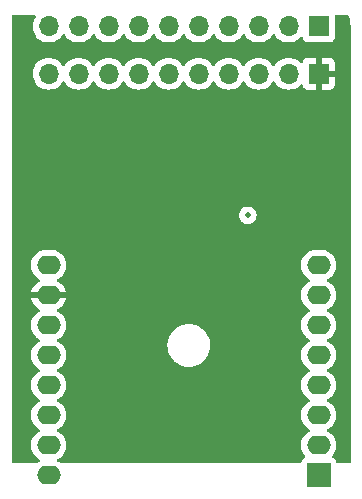
<source format=gbr>
%TF.GenerationSoftware,KiCad,Pcbnew,8.0.6*%
%TF.CreationDate,2024-10-31T15:28:50+01:00*%
%TF.ProjectId,PCB_FINAL2.1,5043425f-4649-44e4-914c-322e312e6b69,rev?*%
%TF.SameCoordinates,Original*%
%TF.FileFunction,Copper,L2,Inr*%
%TF.FilePolarity,Positive*%
%FSLAX46Y46*%
G04 Gerber Fmt 4.6, Leading zero omitted, Abs format (unit mm)*
G04 Created by KiCad (PCBNEW 8.0.6) date 2024-10-31 15:28:50*
%MOMM*%
%LPD*%
G01*
G04 APERTURE LIST*
%TA.AperFunction,ComponentPad*%
%ADD10R,1.700000X1.700000*%
%TD*%
%TA.AperFunction,ComponentPad*%
%ADD11O,1.700000X1.700000*%
%TD*%
%TA.AperFunction,ComponentPad*%
%ADD12R,2.000000X2.000000*%
%TD*%
%TA.AperFunction,ComponentPad*%
%ADD13O,2.000000X1.600000*%
%TD*%
%TA.AperFunction,ViaPad*%
%ADD14C,0.500000*%
%TD*%
G04 APERTURE END LIST*
D10*
%TO.N,3v3*%
%TO.C,J1*%
X91999999Y-86000000D03*
D11*
X89459999Y-86000000D03*
%TO.N,CS{slash}D8*%
X86919999Y-86000000D03*
%TO.N,MISO{slash}D6*%
X84379999Y-86000000D03*
%TO.N,D0*%
X81839999Y-86000000D03*
%TO.N,RX1*%
X79299999Y-86000000D03*
%TO.N,+5V*%
X76759999Y-86000000D03*
X74219999Y-86000000D03*
%TO.N,D3*%
X71679999Y-86000000D03*
%TO.N,D4*%
X69139999Y-86000000D03*
%TD*%
D12*
%TO.N,RST1*%
%TO.C,U2*%
X91999999Y-124000000D03*
D13*
%TO.N,A0*%
X91999999Y-121460000D03*
%TO.N,D0*%
X91999999Y-118920000D03*
%TO.N,SCK{slash}D5*%
X91999999Y-116380000D03*
%TO.N,MISO{slash}D6*%
X91999999Y-113840000D03*
%TO.N,MOSI{slash}D7*%
X91999999Y-111300000D03*
%TO.N,CS{slash}D8*%
X91999999Y-108760000D03*
%TO.N,3v3*%
X91999999Y-106220000D03*
%TO.N,+5V*%
X69139999Y-106220000D03*
%TO.N,PdiodeC-*%
X69139999Y-108760000D03*
%TO.N,D4*%
X69139999Y-111300000D03*
%TO.N,D3*%
X69139999Y-113840000D03*
%TO.N,SDA{slash}D2*%
X69139999Y-116380000D03*
%TO.N,SCL{slash}D1*%
X69139999Y-118920000D03*
%TO.N,RX1*%
X69139999Y-121460000D03*
%TO.N,TX1*%
X69139999Y-124000000D03*
%TD*%
D10*
%TO.N,PdiodeC-*%
%TO.C,J2*%
X91999999Y-90000000D03*
D11*
%TO.N,PdiodeA+*%
X89459999Y-90000000D03*
%TO.N,MOSI{slash}D7*%
X86919999Y-90000000D03*
%TO.N,SCK{slash}D5*%
X84379999Y-90000000D03*
%TO.N,RST1*%
X81839999Y-90000000D03*
%TO.N,TX1*%
X79299999Y-90000000D03*
%TO.N,SCL{slash}D1*%
X76759999Y-90000000D03*
%TO.N,SDA{slash}D2*%
X74219999Y-90000000D03*
%TO.N,9V1*%
X71679999Y-90000000D03*
%TO.N,+5V*%
X69139999Y-90000000D03*
%TD*%
D14*
%TO.N,+5V*%
X85999999Y-102000000D03*
%TO.N,PdiodeC-*%
X80399999Y-99600000D03*
X79499999Y-97200000D03*
X82399999Y-95900000D03*
X82399999Y-98400000D03*
X81299999Y-97200000D03*
%TD*%
%TA.AperFunction,Conductor*%
%TO.N,PdiodeC-*%
G36*
X68020387Y-85019685D02*
G01*
X68066142Y-85072489D01*
X68076086Y-85141647D01*
X68054923Y-85195123D01*
X67965964Y-85322169D01*
X67965963Y-85322171D01*
X67866097Y-85536335D01*
X67866093Y-85536344D01*
X67804937Y-85764586D01*
X67804935Y-85764596D01*
X67784340Y-85999999D01*
X67784340Y-86000000D01*
X67804935Y-86235403D01*
X67804937Y-86235413D01*
X67866093Y-86463655D01*
X67866095Y-86463659D01*
X67866096Y-86463663D01*
X67869999Y-86472032D01*
X67965964Y-86677830D01*
X67965966Y-86677834D01*
X68074280Y-86832521D01*
X68101504Y-86871401D01*
X68268598Y-87038495D01*
X68365383Y-87106265D01*
X68462164Y-87174032D01*
X68462166Y-87174033D01*
X68462169Y-87174035D01*
X68676336Y-87273903D01*
X68904591Y-87335063D01*
X69081033Y-87350500D01*
X69139998Y-87355659D01*
X69139999Y-87355659D01*
X69140000Y-87355659D01*
X69198965Y-87350500D01*
X69375407Y-87335063D01*
X69603662Y-87273903D01*
X69817829Y-87174035D01*
X70011400Y-87038495D01*
X70178494Y-86871401D01*
X70308424Y-86685842D01*
X70363001Y-86642217D01*
X70432499Y-86635023D01*
X70494854Y-86666546D01*
X70511574Y-86685842D01*
X70641499Y-86871395D01*
X70641504Y-86871401D01*
X70808598Y-87038495D01*
X70905383Y-87106265D01*
X71002164Y-87174032D01*
X71002166Y-87174033D01*
X71002169Y-87174035D01*
X71216336Y-87273903D01*
X71444591Y-87335063D01*
X71621033Y-87350500D01*
X71679998Y-87355659D01*
X71679999Y-87355659D01*
X71680000Y-87355659D01*
X71738965Y-87350500D01*
X71915407Y-87335063D01*
X72143662Y-87273903D01*
X72357829Y-87174035D01*
X72551400Y-87038495D01*
X72718494Y-86871401D01*
X72848424Y-86685842D01*
X72903001Y-86642217D01*
X72972499Y-86635023D01*
X73034854Y-86666546D01*
X73051574Y-86685842D01*
X73181499Y-86871395D01*
X73181504Y-86871401D01*
X73348598Y-87038495D01*
X73445383Y-87106265D01*
X73542164Y-87174032D01*
X73542166Y-87174033D01*
X73542169Y-87174035D01*
X73756336Y-87273903D01*
X73984591Y-87335063D01*
X74161033Y-87350500D01*
X74219998Y-87355659D01*
X74219999Y-87355659D01*
X74220000Y-87355659D01*
X74278965Y-87350500D01*
X74455407Y-87335063D01*
X74683662Y-87273903D01*
X74897829Y-87174035D01*
X75091400Y-87038495D01*
X75258494Y-86871401D01*
X75388424Y-86685842D01*
X75443001Y-86642217D01*
X75512499Y-86635023D01*
X75574854Y-86666546D01*
X75591574Y-86685842D01*
X75721499Y-86871395D01*
X75721504Y-86871401D01*
X75888598Y-87038495D01*
X75985383Y-87106265D01*
X76082164Y-87174032D01*
X76082166Y-87174033D01*
X76082169Y-87174035D01*
X76296336Y-87273903D01*
X76524591Y-87335063D01*
X76701033Y-87350500D01*
X76759998Y-87355659D01*
X76759999Y-87355659D01*
X76760000Y-87355659D01*
X76818965Y-87350500D01*
X76995407Y-87335063D01*
X77223662Y-87273903D01*
X77437829Y-87174035D01*
X77631400Y-87038495D01*
X77798494Y-86871401D01*
X77928424Y-86685842D01*
X77983001Y-86642217D01*
X78052499Y-86635023D01*
X78114854Y-86666546D01*
X78131574Y-86685842D01*
X78261499Y-86871395D01*
X78261504Y-86871401D01*
X78428598Y-87038495D01*
X78525383Y-87106265D01*
X78622164Y-87174032D01*
X78622166Y-87174033D01*
X78622169Y-87174035D01*
X78836336Y-87273903D01*
X79064591Y-87335063D01*
X79241033Y-87350500D01*
X79299998Y-87355659D01*
X79299999Y-87355659D01*
X79300000Y-87355659D01*
X79358965Y-87350500D01*
X79535407Y-87335063D01*
X79763662Y-87273903D01*
X79977829Y-87174035D01*
X80171400Y-87038495D01*
X80338494Y-86871401D01*
X80468424Y-86685842D01*
X80523001Y-86642217D01*
X80592499Y-86635023D01*
X80654854Y-86666546D01*
X80671574Y-86685842D01*
X80801499Y-86871395D01*
X80801504Y-86871401D01*
X80968598Y-87038495D01*
X81065383Y-87106265D01*
X81162164Y-87174032D01*
X81162166Y-87174033D01*
X81162169Y-87174035D01*
X81376336Y-87273903D01*
X81604591Y-87335063D01*
X81781033Y-87350500D01*
X81839998Y-87355659D01*
X81839999Y-87355659D01*
X81840000Y-87355659D01*
X81898965Y-87350500D01*
X82075407Y-87335063D01*
X82303662Y-87273903D01*
X82517829Y-87174035D01*
X82711400Y-87038495D01*
X82878494Y-86871401D01*
X83008424Y-86685842D01*
X83063001Y-86642217D01*
X83132499Y-86635023D01*
X83194854Y-86666546D01*
X83211574Y-86685842D01*
X83341499Y-86871395D01*
X83341504Y-86871401D01*
X83508598Y-87038495D01*
X83605383Y-87106265D01*
X83702164Y-87174032D01*
X83702166Y-87174033D01*
X83702169Y-87174035D01*
X83916336Y-87273903D01*
X84144591Y-87335063D01*
X84321033Y-87350500D01*
X84379998Y-87355659D01*
X84379999Y-87355659D01*
X84380000Y-87355659D01*
X84438965Y-87350500D01*
X84615407Y-87335063D01*
X84843662Y-87273903D01*
X85057829Y-87174035D01*
X85251400Y-87038495D01*
X85418494Y-86871401D01*
X85548424Y-86685842D01*
X85603001Y-86642217D01*
X85672499Y-86635023D01*
X85734854Y-86666546D01*
X85751574Y-86685842D01*
X85881499Y-86871395D01*
X85881504Y-86871401D01*
X86048598Y-87038495D01*
X86145383Y-87106265D01*
X86242164Y-87174032D01*
X86242166Y-87174033D01*
X86242169Y-87174035D01*
X86456336Y-87273903D01*
X86684591Y-87335063D01*
X86861033Y-87350500D01*
X86919998Y-87355659D01*
X86919999Y-87355659D01*
X86920000Y-87355659D01*
X86978965Y-87350500D01*
X87155407Y-87335063D01*
X87383662Y-87273903D01*
X87597829Y-87174035D01*
X87791400Y-87038495D01*
X87958494Y-86871401D01*
X88088424Y-86685842D01*
X88143001Y-86642217D01*
X88212499Y-86635023D01*
X88274854Y-86666546D01*
X88291574Y-86685842D01*
X88421499Y-86871395D01*
X88421504Y-86871401D01*
X88588598Y-87038495D01*
X88685383Y-87106265D01*
X88782164Y-87174032D01*
X88782166Y-87174033D01*
X88782169Y-87174035D01*
X88996336Y-87273903D01*
X89224591Y-87335063D01*
X89401033Y-87350500D01*
X89459998Y-87355659D01*
X89459999Y-87355659D01*
X89460000Y-87355659D01*
X89518965Y-87350500D01*
X89695407Y-87335063D01*
X89923662Y-87273903D01*
X90137829Y-87174035D01*
X90331400Y-87038495D01*
X90453328Y-86916566D01*
X90514647Y-86883084D01*
X90584339Y-86888068D01*
X90640273Y-86929939D01*
X90657188Y-86960917D01*
X90706201Y-87092328D01*
X90706205Y-87092335D01*
X90792451Y-87207544D01*
X90792454Y-87207547D01*
X90907663Y-87293793D01*
X90907670Y-87293797D01*
X91042516Y-87344091D01*
X91042515Y-87344091D01*
X91049443Y-87344835D01*
X91102126Y-87350500D01*
X92897871Y-87350499D01*
X92957482Y-87344091D01*
X93092330Y-87293796D01*
X93207545Y-87207546D01*
X93293795Y-87092331D01*
X93344090Y-86957483D01*
X93350499Y-86897873D01*
X93350498Y-85123999D01*
X93370183Y-85056961D01*
X93422986Y-85011206D01*
X93474498Y-85000000D01*
X94420253Y-85000000D01*
X94487292Y-85019685D01*
X94533047Y-85072489D01*
X94534813Y-85076544D01*
X94545349Y-85101979D01*
X94549940Y-85115100D01*
X94629890Y-85392616D01*
X94632984Y-85406172D01*
X94681359Y-85690885D01*
X94682916Y-85704703D01*
X94699304Y-85996509D01*
X94699499Y-86003462D01*
X94699499Y-122876000D01*
X94679814Y-122943039D01*
X94627010Y-122988794D01*
X94575499Y-123000000D01*
X93617029Y-123000000D01*
X93549990Y-122980315D01*
X93504235Y-122927511D01*
X93496656Y-122899883D01*
X93495875Y-122900068D01*
X93494091Y-122892520D01*
X93487929Y-122876000D01*
X93460123Y-122801446D01*
X93443796Y-122757671D01*
X93443792Y-122757664D01*
X93357546Y-122642455D01*
X93357543Y-122642452D01*
X93242334Y-122556206D01*
X93242329Y-122556203D01*
X93205082Y-122542311D01*
X93149149Y-122500439D01*
X93124732Y-122434975D01*
X93139584Y-122366702D01*
X93160730Y-122338453D01*
X93191965Y-122307219D01*
X93312286Y-122141610D01*
X93405219Y-121959219D01*
X93468476Y-121764534D01*
X93500499Y-121562352D01*
X93500499Y-121357648D01*
X93468476Y-121155466D01*
X93405219Y-120960781D01*
X93405217Y-120960778D01*
X93405217Y-120960776D01*
X93371502Y-120894607D01*
X93312286Y-120778390D01*
X93304555Y-120767749D01*
X93191970Y-120612786D01*
X93047212Y-120468028D01*
X92881613Y-120347715D01*
X92875005Y-120344348D01*
X92788916Y-120300483D01*
X92738122Y-120252511D01*
X92721327Y-120184690D01*
X92743864Y-120118555D01*
X92788916Y-120079516D01*
X92881609Y-120032287D01*
X92902769Y-120016913D01*
X93047212Y-119911971D01*
X93047214Y-119911968D01*
X93047218Y-119911966D01*
X93191965Y-119767219D01*
X93191967Y-119767215D01*
X93191970Y-119767213D01*
X93244731Y-119694590D01*
X93312286Y-119601610D01*
X93405219Y-119419219D01*
X93468476Y-119224534D01*
X93500499Y-119022352D01*
X93500499Y-118817648D01*
X93468476Y-118615466D01*
X93405219Y-118420781D01*
X93405217Y-118420778D01*
X93405217Y-118420776D01*
X93371502Y-118354607D01*
X93312286Y-118238390D01*
X93304555Y-118227749D01*
X93191970Y-118072786D01*
X93047212Y-117928028D01*
X92881613Y-117807715D01*
X92875005Y-117804348D01*
X92788916Y-117760483D01*
X92738122Y-117712511D01*
X92721327Y-117644690D01*
X92743864Y-117578555D01*
X92788916Y-117539516D01*
X92881609Y-117492287D01*
X92902769Y-117476913D01*
X93047212Y-117371971D01*
X93047214Y-117371968D01*
X93047218Y-117371966D01*
X93191965Y-117227219D01*
X93191967Y-117227215D01*
X93191970Y-117227213D01*
X93244731Y-117154590D01*
X93312286Y-117061610D01*
X93405219Y-116879219D01*
X93468476Y-116684534D01*
X93500499Y-116482352D01*
X93500499Y-116277648D01*
X93468476Y-116075466D01*
X93405219Y-115880781D01*
X93405217Y-115880778D01*
X93405217Y-115880776D01*
X93371502Y-115814607D01*
X93312286Y-115698390D01*
X93304555Y-115687749D01*
X93191970Y-115532786D01*
X93047212Y-115388028D01*
X92881613Y-115267715D01*
X92875005Y-115264348D01*
X92788916Y-115220483D01*
X92738122Y-115172511D01*
X92721327Y-115104690D01*
X92743864Y-115038555D01*
X92788916Y-114999516D01*
X92881609Y-114952287D01*
X92902769Y-114936913D01*
X93047212Y-114831971D01*
X93047214Y-114831968D01*
X93047218Y-114831966D01*
X93191965Y-114687219D01*
X93191967Y-114687215D01*
X93191970Y-114687213D01*
X93244731Y-114614590D01*
X93312286Y-114521610D01*
X93405219Y-114339219D01*
X93468476Y-114144534D01*
X93500499Y-113942352D01*
X93500499Y-113737648D01*
X93468476Y-113535466D01*
X93460501Y-113510923D01*
X93439126Y-113445137D01*
X93405219Y-113340781D01*
X93405217Y-113340778D01*
X93405217Y-113340776D01*
X93363087Y-113258092D01*
X93312286Y-113158390D01*
X93273697Y-113105276D01*
X93191970Y-112992786D01*
X93047212Y-112848028D01*
X92881613Y-112727715D01*
X92875005Y-112724348D01*
X92788916Y-112680483D01*
X92738122Y-112632511D01*
X92721327Y-112564690D01*
X92743864Y-112498555D01*
X92788916Y-112459516D01*
X92881609Y-112412287D01*
X92949270Y-112363129D01*
X93047212Y-112291971D01*
X93047214Y-112291968D01*
X93047218Y-112291966D01*
X93191965Y-112147219D01*
X93191967Y-112147215D01*
X93191970Y-112147213D01*
X93244731Y-112074590D01*
X93312286Y-111981610D01*
X93405219Y-111799219D01*
X93468476Y-111604534D01*
X93500499Y-111402352D01*
X93500499Y-111197648D01*
X93468476Y-110995466D01*
X93405219Y-110800781D01*
X93405217Y-110800778D01*
X93405217Y-110800776D01*
X93371502Y-110734607D01*
X93312286Y-110618390D01*
X93304555Y-110607749D01*
X93191970Y-110452786D01*
X93047212Y-110308028D01*
X92881613Y-110187715D01*
X92875005Y-110184348D01*
X92788916Y-110140483D01*
X92738122Y-110092511D01*
X92721327Y-110024690D01*
X92743864Y-109958555D01*
X92788916Y-109919516D01*
X92881609Y-109872287D01*
X92902769Y-109856913D01*
X93047212Y-109751971D01*
X93047214Y-109751968D01*
X93047218Y-109751966D01*
X93191965Y-109607219D01*
X93191967Y-109607215D01*
X93191970Y-109607213D01*
X93244731Y-109534590D01*
X93312286Y-109441610D01*
X93405219Y-109259219D01*
X93468476Y-109064534D01*
X93500499Y-108862352D01*
X93500499Y-108657648D01*
X93486143Y-108567007D01*
X93468476Y-108455465D01*
X93405217Y-108260776D01*
X93312418Y-108078650D01*
X93312286Y-108078390D01*
X93304555Y-108067749D01*
X93191970Y-107912786D01*
X93047212Y-107768028D01*
X92881613Y-107647715D01*
X92875005Y-107644348D01*
X92788916Y-107600483D01*
X92738122Y-107552511D01*
X92721327Y-107484690D01*
X92743864Y-107418555D01*
X92788916Y-107379516D01*
X92881609Y-107332287D01*
X92902769Y-107316913D01*
X93047212Y-107211971D01*
X93047214Y-107211968D01*
X93047218Y-107211966D01*
X93191965Y-107067219D01*
X93191967Y-107067215D01*
X93191970Y-107067213D01*
X93244731Y-106994590D01*
X93312286Y-106901610D01*
X93405219Y-106719219D01*
X93468476Y-106524534D01*
X93500499Y-106322352D01*
X93500499Y-106117648D01*
X93468476Y-105915466D01*
X93405219Y-105720781D01*
X93405217Y-105720778D01*
X93405217Y-105720776D01*
X93371502Y-105654607D01*
X93312286Y-105538390D01*
X93304555Y-105527749D01*
X93191970Y-105372786D01*
X93047212Y-105228028D01*
X92881612Y-105107715D01*
X92881611Y-105107714D01*
X92881609Y-105107713D01*
X92824652Y-105078691D01*
X92699222Y-105014781D01*
X92504533Y-104951522D01*
X92329994Y-104923878D01*
X92302351Y-104919500D01*
X91697647Y-104919500D01*
X91673328Y-104923351D01*
X91495464Y-104951522D01*
X91300775Y-105014781D01*
X91118385Y-105107715D01*
X90952785Y-105228028D01*
X90808027Y-105372786D01*
X90687714Y-105538386D01*
X90594780Y-105720776D01*
X90531521Y-105915465D01*
X90499499Y-106117648D01*
X90499499Y-106322351D01*
X90531521Y-106524534D01*
X90594780Y-106719223D01*
X90687714Y-106901613D01*
X90808027Y-107067213D01*
X90952785Y-107211971D01*
X91107748Y-107324556D01*
X91118389Y-107332287D01*
X91209839Y-107378883D01*
X91211079Y-107379515D01*
X91261875Y-107427490D01*
X91278670Y-107495311D01*
X91256133Y-107561446D01*
X91211079Y-107600485D01*
X91118385Y-107647715D01*
X90952785Y-107768028D01*
X90808027Y-107912786D01*
X90687714Y-108078386D01*
X90594780Y-108260776D01*
X90531521Y-108455465D01*
X90499499Y-108657648D01*
X90499499Y-108862351D01*
X90531521Y-109064534D01*
X90594780Y-109259223D01*
X90687714Y-109441613D01*
X90808027Y-109607213D01*
X90952785Y-109751971D01*
X91107748Y-109864556D01*
X91118389Y-109872287D01*
X91209839Y-109918883D01*
X91211079Y-109919515D01*
X91261875Y-109967490D01*
X91278670Y-110035311D01*
X91256133Y-110101446D01*
X91211079Y-110140485D01*
X91118385Y-110187715D01*
X90952785Y-110308028D01*
X90808027Y-110452786D01*
X90687714Y-110618386D01*
X90594780Y-110800776D01*
X90531521Y-110995465D01*
X90499499Y-111197648D01*
X90499499Y-111402351D01*
X90531521Y-111604534D01*
X90594780Y-111799223D01*
X90687714Y-111981613D01*
X90808027Y-112147213D01*
X90952785Y-112291971D01*
X91050728Y-112363129D01*
X91118389Y-112412287D01*
X91209839Y-112458883D01*
X91211079Y-112459515D01*
X91261875Y-112507490D01*
X91278670Y-112575311D01*
X91256133Y-112641446D01*
X91211079Y-112680485D01*
X91118385Y-112727715D01*
X90952785Y-112848028D01*
X90808027Y-112992786D01*
X90687714Y-113158386D01*
X90594780Y-113340776D01*
X90531521Y-113535465D01*
X90499499Y-113737648D01*
X90499499Y-113942351D01*
X90531521Y-114144534D01*
X90594780Y-114339223D01*
X90658690Y-114464653D01*
X90687668Y-114521524D01*
X90687714Y-114521613D01*
X90808027Y-114687213D01*
X90952785Y-114831971D01*
X91107748Y-114944556D01*
X91118389Y-114952287D01*
X91209839Y-114998883D01*
X91211079Y-114999515D01*
X91261875Y-115047490D01*
X91278670Y-115115311D01*
X91256133Y-115181446D01*
X91211079Y-115220485D01*
X91118385Y-115267715D01*
X90952785Y-115388028D01*
X90808027Y-115532786D01*
X90687714Y-115698386D01*
X90594780Y-115880776D01*
X90531521Y-116075465D01*
X90499499Y-116277648D01*
X90499499Y-116482351D01*
X90531521Y-116684534D01*
X90594780Y-116879223D01*
X90687714Y-117061613D01*
X90808027Y-117227213D01*
X90952785Y-117371971D01*
X91107748Y-117484556D01*
X91118389Y-117492287D01*
X91209839Y-117538883D01*
X91211079Y-117539515D01*
X91261875Y-117587490D01*
X91278670Y-117655311D01*
X91256133Y-117721446D01*
X91211079Y-117760485D01*
X91118385Y-117807715D01*
X90952785Y-117928028D01*
X90808027Y-118072786D01*
X90687714Y-118238386D01*
X90594780Y-118420776D01*
X90531521Y-118615465D01*
X90499499Y-118817648D01*
X90499499Y-119022351D01*
X90531521Y-119224534D01*
X90594780Y-119419223D01*
X90687714Y-119601613D01*
X90808027Y-119767213D01*
X90952785Y-119911971D01*
X91107748Y-120024556D01*
X91118389Y-120032287D01*
X91209839Y-120078883D01*
X91211079Y-120079515D01*
X91261875Y-120127490D01*
X91278670Y-120195311D01*
X91256133Y-120261446D01*
X91211079Y-120300485D01*
X91118385Y-120347715D01*
X90952785Y-120468028D01*
X90808027Y-120612786D01*
X90687714Y-120778386D01*
X90594780Y-120960776D01*
X90531521Y-121155465D01*
X90499499Y-121357648D01*
X90499499Y-121562351D01*
X90531521Y-121764534D01*
X90594780Y-121959223D01*
X90687714Y-122141613D01*
X90808027Y-122307213D01*
X90839262Y-122338448D01*
X90872747Y-122399771D01*
X90867763Y-122469463D01*
X90825891Y-122525396D01*
X90794916Y-122542310D01*
X90757672Y-122556201D01*
X90757663Y-122556206D01*
X90642454Y-122642452D01*
X90642451Y-122642455D01*
X90556205Y-122757664D01*
X90556201Y-122757671D01*
X90505907Y-122892517D01*
X90504125Y-122900062D01*
X90501993Y-122899558D01*
X90479512Y-122953816D01*
X90422116Y-122993658D01*
X90382969Y-123000000D01*
X70216449Y-123000000D01*
X70149410Y-122980315D01*
X70143564Y-122976318D01*
X70021612Y-122887715D01*
X70021611Y-122887714D01*
X70021609Y-122887713D01*
X69928916Y-122840483D01*
X69878122Y-122792511D01*
X69861327Y-122724690D01*
X69883864Y-122658555D01*
X69928916Y-122619516D01*
X70021609Y-122572287D01*
X70062869Y-122542310D01*
X70187212Y-122451971D01*
X70187214Y-122451968D01*
X70187218Y-122451966D01*
X70331965Y-122307219D01*
X70331967Y-122307215D01*
X70331970Y-122307213D01*
X70384731Y-122234590D01*
X70452286Y-122141610D01*
X70545219Y-121959219D01*
X70608476Y-121764534D01*
X70640499Y-121562352D01*
X70640499Y-121357648D01*
X70608476Y-121155466D01*
X70545219Y-120960781D01*
X70545217Y-120960778D01*
X70545217Y-120960776D01*
X70511502Y-120894607D01*
X70452286Y-120778390D01*
X70444555Y-120767749D01*
X70331970Y-120612786D01*
X70187212Y-120468028D01*
X70021613Y-120347715D01*
X70015005Y-120344348D01*
X69928916Y-120300483D01*
X69878122Y-120252511D01*
X69861327Y-120184690D01*
X69883864Y-120118555D01*
X69928916Y-120079516D01*
X70021609Y-120032287D01*
X70042769Y-120016913D01*
X70187212Y-119911971D01*
X70187214Y-119911968D01*
X70187218Y-119911966D01*
X70331965Y-119767219D01*
X70331967Y-119767215D01*
X70331970Y-119767213D01*
X70384731Y-119694590D01*
X70452286Y-119601610D01*
X70545219Y-119419219D01*
X70608476Y-119224534D01*
X70640499Y-119022352D01*
X70640499Y-118817648D01*
X70608476Y-118615466D01*
X70545219Y-118420781D01*
X70545217Y-118420778D01*
X70545217Y-118420776D01*
X70511502Y-118354607D01*
X70452286Y-118238390D01*
X70444555Y-118227749D01*
X70331970Y-118072786D01*
X70187212Y-117928028D01*
X70021613Y-117807715D01*
X70015005Y-117804348D01*
X69928916Y-117760483D01*
X69878122Y-117712511D01*
X69861327Y-117644690D01*
X69883864Y-117578555D01*
X69928916Y-117539516D01*
X70021609Y-117492287D01*
X70042769Y-117476913D01*
X70187212Y-117371971D01*
X70187214Y-117371968D01*
X70187218Y-117371966D01*
X70331965Y-117227219D01*
X70331967Y-117227215D01*
X70331970Y-117227213D01*
X70384731Y-117154590D01*
X70452286Y-117061610D01*
X70545219Y-116879219D01*
X70608476Y-116684534D01*
X70640499Y-116482352D01*
X70640499Y-116277648D01*
X70608476Y-116075466D01*
X70545219Y-115880781D01*
X70545217Y-115880778D01*
X70545217Y-115880776D01*
X70511502Y-115814607D01*
X70452286Y-115698390D01*
X70444555Y-115687749D01*
X70331970Y-115532786D01*
X70187212Y-115388028D01*
X70021613Y-115267715D01*
X70015005Y-115264348D01*
X69928916Y-115220483D01*
X69878122Y-115172511D01*
X69861327Y-115104690D01*
X69883864Y-115038555D01*
X69928916Y-114999516D01*
X70021609Y-114952287D01*
X70042769Y-114936913D01*
X70187212Y-114831971D01*
X70187214Y-114831968D01*
X70187218Y-114831966D01*
X70331965Y-114687219D01*
X70331967Y-114687215D01*
X70331970Y-114687213D01*
X70384731Y-114614590D01*
X70452286Y-114521610D01*
X70545219Y-114339219D01*
X70608476Y-114144534D01*
X70640499Y-113942352D01*
X70640499Y-113737648D01*
X70608476Y-113535466D01*
X70600501Y-113510923D01*
X70579126Y-113445137D01*
X70545219Y-113340781D01*
X70545217Y-113340778D01*
X70545217Y-113340776D01*
X70503087Y-113258092D01*
X70452286Y-113158390D01*
X70413697Y-113105276D01*
X70337210Y-112999998D01*
X79186470Y-112999998D01*
X79186470Y-113000001D01*
X79204929Y-113258097D01*
X79259929Y-113510923D01*
X79259931Y-113510930D01*
X79284892Y-113577853D01*
X79350355Y-113753368D01*
X79350357Y-113753372D01*
X79474357Y-113980462D01*
X79474362Y-113980470D01*
X79618226Y-114172649D01*
X79629425Y-114187609D01*
X79629429Y-114187613D01*
X79629430Y-114187614D01*
X79680181Y-114238364D01*
X79680185Y-114238369D01*
X79684588Y-114242772D01*
X79684590Y-114242776D01*
X79720907Y-114279091D01*
X79720907Y-114279092D01*
X79736304Y-114294489D01*
X79736305Y-114294490D01*
X79778858Y-114337043D01*
X79779494Y-114337646D01*
X79810690Y-114368827D01*
X79810695Y-114368831D01*
X80013538Y-114521524D01*
X80235719Y-114644390D01*
X80472883Y-114735019D01*
X80720380Y-114791635D01*
X80973359Y-114813128D01*
X81226861Y-114799077D01*
X81475915Y-114749757D01*
X81475917Y-114749756D01*
X81475922Y-114749755D01*
X81558727Y-114720869D01*
X81715639Y-114666135D01*
X81757844Y-114644390D01*
X81941324Y-114549855D01*
X81941323Y-114549855D01*
X81941334Y-114549850D01*
X82148575Y-114403182D01*
X82333300Y-114229006D01*
X82491886Y-114030737D01*
X82621226Y-113812262D01*
X82718784Y-113577863D01*
X82782647Y-113332135D01*
X82811563Y-113079897D01*
X82804965Y-112826092D01*
X82762983Y-112575697D01*
X82761663Y-112571523D01*
X82711313Y-112412284D01*
X82686440Y-112333619D01*
X82644808Y-112246631D01*
X82576840Y-112104612D01*
X82576834Y-112104601D01*
X82495105Y-111981610D01*
X82436320Y-111893145D01*
X82405288Y-111858216D01*
X82405253Y-111858143D01*
X82356454Y-111803244D01*
X82356453Y-111803242D01*
X82316707Y-111758526D01*
X82312745Y-111754564D01*
X82312745Y-111754563D01*
X82279091Y-111720908D01*
X82242781Y-111684597D01*
X82242771Y-111684589D01*
X82238368Y-111680186D01*
X82238363Y-111680182D01*
X82187613Y-111629431D01*
X82187612Y-111629430D01*
X82187608Y-111629426D01*
X82154356Y-111604534D01*
X81980469Y-111474363D01*
X81980461Y-111474358D01*
X81753371Y-111350358D01*
X81753367Y-111350356D01*
X81661454Y-111316074D01*
X81510929Y-111259932D01*
X81510925Y-111259931D01*
X81510922Y-111259930D01*
X81258096Y-111204930D01*
X81000000Y-111186471D01*
X80999998Y-111186471D01*
X80741901Y-111204930D01*
X80489075Y-111259930D01*
X80489070Y-111259931D01*
X80489069Y-111259932D01*
X80430455Y-111281793D01*
X80246630Y-111350356D01*
X80246626Y-111350358D01*
X80019536Y-111474358D01*
X80019528Y-111474363D01*
X79812397Y-111629419D01*
X79812379Y-111629435D01*
X79629434Y-111812380D01*
X79629418Y-111812398D01*
X79474362Y-112019529D01*
X79474357Y-112019537D01*
X79350357Y-112246627D01*
X79350355Y-112246631D01*
X79317911Y-112333619D01*
X79270955Y-112459515D01*
X79259929Y-112489076D01*
X79204929Y-112741902D01*
X79186470Y-112999998D01*
X70337210Y-112999998D01*
X70331970Y-112992786D01*
X70187212Y-112848028D01*
X70021613Y-112727715D01*
X70015005Y-112724348D01*
X69928916Y-112680483D01*
X69878122Y-112632511D01*
X69861327Y-112564690D01*
X69883864Y-112498555D01*
X69928916Y-112459516D01*
X70021609Y-112412287D01*
X70089270Y-112363129D01*
X70187212Y-112291971D01*
X70187214Y-112291968D01*
X70187218Y-112291966D01*
X70331965Y-112147219D01*
X70331967Y-112147215D01*
X70331970Y-112147213D01*
X70384731Y-112074590D01*
X70452286Y-111981610D01*
X70545219Y-111799219D01*
X70608476Y-111604534D01*
X70640499Y-111402352D01*
X70640499Y-111197648D01*
X70608476Y-110995466D01*
X70545219Y-110800781D01*
X70545217Y-110800778D01*
X70545217Y-110800776D01*
X70511502Y-110734607D01*
X70452286Y-110618390D01*
X70444555Y-110607749D01*
X70331970Y-110452786D01*
X70187212Y-110308028D01*
X70021610Y-110187713D01*
X69928368Y-110140203D01*
X69877573Y-110092229D01*
X69860778Y-110024407D01*
X69883316Y-109958273D01*
X69928370Y-109919234D01*
X70021346Y-109871861D01*
X70186893Y-109751582D01*
X70186894Y-109751582D01*
X70331581Y-109606895D01*
X70331581Y-109606894D01*
X70451858Y-109441349D01*
X70544754Y-109259029D01*
X70607989Y-109064413D01*
X70616608Y-109010000D01*
X69573011Y-109010000D01*
X69605924Y-108952993D01*
X69639999Y-108825826D01*
X69639999Y-108694174D01*
X69605924Y-108567007D01*
X69573011Y-108510000D01*
X70616608Y-108510000D01*
X70607989Y-108455586D01*
X70544754Y-108260970D01*
X70451858Y-108078650D01*
X70331581Y-107913105D01*
X70331581Y-107913104D01*
X70186894Y-107768417D01*
X70021348Y-107648140D01*
X69928369Y-107600765D01*
X69877573Y-107552790D01*
X69860778Y-107484969D01*
X69883315Y-107418835D01*
X69928369Y-107379795D01*
X69928919Y-107379515D01*
X70021609Y-107332287D01*
X70042769Y-107316913D01*
X70187212Y-107211971D01*
X70187214Y-107211968D01*
X70187218Y-107211966D01*
X70331965Y-107067219D01*
X70331967Y-107067215D01*
X70331970Y-107067213D01*
X70384731Y-106994590D01*
X70452286Y-106901610D01*
X70545219Y-106719219D01*
X70608476Y-106524534D01*
X70640499Y-106322352D01*
X70640499Y-106117648D01*
X70608476Y-105915466D01*
X70545219Y-105720781D01*
X70545217Y-105720778D01*
X70545217Y-105720776D01*
X70511502Y-105654607D01*
X70452286Y-105538390D01*
X70444555Y-105527749D01*
X70331970Y-105372786D01*
X70187212Y-105228028D01*
X70021612Y-105107715D01*
X70021611Y-105107714D01*
X70021609Y-105107713D01*
X69964652Y-105078691D01*
X69839222Y-105014781D01*
X69644533Y-104951522D01*
X69469994Y-104923878D01*
X69442351Y-104919500D01*
X68837647Y-104919500D01*
X68813328Y-104923351D01*
X68635464Y-104951522D01*
X68440775Y-105014781D01*
X68258385Y-105107715D01*
X68092785Y-105228028D01*
X67948027Y-105372786D01*
X67827714Y-105538386D01*
X67734780Y-105720776D01*
X67671521Y-105915465D01*
X67639499Y-106117648D01*
X67639499Y-106322351D01*
X67671521Y-106524534D01*
X67734780Y-106719223D01*
X67827714Y-106901613D01*
X67948027Y-107067213D01*
X68092785Y-107211971D01*
X68247748Y-107324556D01*
X68258389Y-107332287D01*
X68330423Y-107368990D01*
X68351628Y-107379795D01*
X68402424Y-107427770D01*
X68419219Y-107495591D01*
X68396681Y-107561726D01*
X68351628Y-107600765D01*
X68258649Y-107648140D01*
X68093104Y-107768417D01*
X68093103Y-107768417D01*
X67948416Y-107913104D01*
X67948416Y-107913105D01*
X67828139Y-108078650D01*
X67735243Y-108260970D01*
X67672008Y-108455586D01*
X67663390Y-108510000D01*
X68706987Y-108510000D01*
X68674074Y-108567007D01*
X68639999Y-108694174D01*
X68639999Y-108825826D01*
X68674074Y-108952993D01*
X68706987Y-109010000D01*
X67663390Y-109010000D01*
X67672008Y-109064413D01*
X67735243Y-109259029D01*
X67828139Y-109441349D01*
X67948416Y-109606894D01*
X67948416Y-109606895D01*
X68093103Y-109751582D01*
X68258651Y-109871861D01*
X68351627Y-109919234D01*
X68402424Y-109967208D01*
X68419219Y-110035029D01*
X68396682Y-110101164D01*
X68351629Y-110140203D01*
X68258387Y-110187713D01*
X68092785Y-110308028D01*
X67948027Y-110452786D01*
X67827714Y-110618386D01*
X67734780Y-110800776D01*
X67671521Y-110995465D01*
X67639499Y-111197648D01*
X67639499Y-111402351D01*
X67671521Y-111604534D01*
X67734780Y-111799223D01*
X67827714Y-111981613D01*
X67948027Y-112147213D01*
X68092785Y-112291971D01*
X68190728Y-112363129D01*
X68258389Y-112412287D01*
X68349839Y-112458883D01*
X68351079Y-112459515D01*
X68401875Y-112507490D01*
X68418670Y-112575311D01*
X68396133Y-112641446D01*
X68351079Y-112680485D01*
X68258385Y-112727715D01*
X68092785Y-112848028D01*
X67948027Y-112992786D01*
X67827714Y-113158386D01*
X67734780Y-113340776D01*
X67671521Y-113535465D01*
X67639499Y-113737648D01*
X67639499Y-113942351D01*
X67671521Y-114144534D01*
X67734780Y-114339223D01*
X67798690Y-114464653D01*
X67827668Y-114521524D01*
X67827714Y-114521613D01*
X67948027Y-114687213D01*
X68092785Y-114831971D01*
X68247748Y-114944556D01*
X68258389Y-114952287D01*
X68349839Y-114998883D01*
X68351079Y-114999515D01*
X68401875Y-115047490D01*
X68418670Y-115115311D01*
X68396133Y-115181446D01*
X68351079Y-115220485D01*
X68258385Y-115267715D01*
X68092785Y-115388028D01*
X67948027Y-115532786D01*
X67827714Y-115698386D01*
X67734780Y-115880776D01*
X67671521Y-116075465D01*
X67639499Y-116277648D01*
X67639499Y-116482351D01*
X67671521Y-116684534D01*
X67734780Y-116879223D01*
X67827714Y-117061613D01*
X67948027Y-117227213D01*
X68092785Y-117371971D01*
X68247748Y-117484556D01*
X68258389Y-117492287D01*
X68349839Y-117538883D01*
X68351079Y-117539515D01*
X68401875Y-117587490D01*
X68418670Y-117655311D01*
X68396133Y-117721446D01*
X68351079Y-117760485D01*
X68258385Y-117807715D01*
X68092785Y-117928028D01*
X67948027Y-118072786D01*
X67827714Y-118238386D01*
X67734780Y-118420776D01*
X67671521Y-118615465D01*
X67639499Y-118817648D01*
X67639499Y-119022351D01*
X67671521Y-119224534D01*
X67734780Y-119419223D01*
X67827714Y-119601613D01*
X67948027Y-119767213D01*
X68092785Y-119911971D01*
X68247748Y-120024556D01*
X68258389Y-120032287D01*
X68349839Y-120078883D01*
X68351079Y-120079515D01*
X68401875Y-120127490D01*
X68418670Y-120195311D01*
X68396133Y-120261446D01*
X68351079Y-120300485D01*
X68258385Y-120347715D01*
X68092785Y-120468028D01*
X67948027Y-120612786D01*
X67827714Y-120778386D01*
X67734780Y-120960776D01*
X67671521Y-121155465D01*
X67639499Y-121357648D01*
X67639499Y-121562351D01*
X67671521Y-121764534D01*
X67734780Y-121959223D01*
X67827714Y-122141613D01*
X67948027Y-122307213D01*
X68092785Y-122451971D01*
X68217130Y-122542311D01*
X68258389Y-122572287D01*
X68349839Y-122618883D01*
X68351079Y-122619515D01*
X68401875Y-122667490D01*
X68418670Y-122735311D01*
X68396133Y-122801446D01*
X68351079Y-122840485D01*
X68258385Y-122887715D01*
X68136434Y-122976318D01*
X68070628Y-122999798D01*
X68063549Y-123000000D01*
X66123999Y-123000000D01*
X66056960Y-122980315D01*
X66011205Y-122927511D01*
X65999999Y-122876000D01*
X65999999Y-101999997D01*
X85244750Y-101999997D01*
X85244750Y-102000002D01*
X85263684Y-102168056D01*
X85319544Y-102327694D01*
X85319546Y-102327697D01*
X85409517Y-102470884D01*
X85409522Y-102470890D01*
X85529108Y-102590476D01*
X85529114Y-102590481D01*
X85672301Y-102680452D01*
X85672304Y-102680454D01*
X85672308Y-102680455D01*
X85672309Y-102680456D01*
X85744912Y-102705860D01*
X85831942Y-102736314D01*
X85999996Y-102755249D01*
X85999999Y-102755249D01*
X86000002Y-102755249D01*
X86168055Y-102736314D01*
X86168058Y-102736313D01*
X86327689Y-102680456D01*
X86327691Y-102680454D01*
X86327693Y-102680454D01*
X86327696Y-102680452D01*
X86470883Y-102590481D01*
X86470884Y-102590480D01*
X86470889Y-102590477D01*
X86590476Y-102470890D01*
X86680451Y-102327697D01*
X86680453Y-102327694D01*
X86680453Y-102327692D01*
X86680455Y-102327690D01*
X86736312Y-102168059D01*
X86736312Y-102168058D01*
X86736313Y-102168056D01*
X86755248Y-102000002D01*
X86755248Y-101999997D01*
X86736313Y-101831943D01*
X86680453Y-101672305D01*
X86680451Y-101672302D01*
X86590480Y-101529115D01*
X86590475Y-101529109D01*
X86470889Y-101409523D01*
X86470883Y-101409518D01*
X86327696Y-101319547D01*
X86327693Y-101319545D01*
X86168055Y-101263685D01*
X86000002Y-101244751D01*
X85999996Y-101244751D01*
X85831942Y-101263685D01*
X85672304Y-101319545D01*
X85672301Y-101319547D01*
X85529114Y-101409518D01*
X85529108Y-101409523D01*
X85409522Y-101529109D01*
X85409517Y-101529115D01*
X85319546Y-101672302D01*
X85319544Y-101672305D01*
X85263684Y-101831943D01*
X85244750Y-101999997D01*
X65999999Y-101999997D01*
X65999999Y-89999999D01*
X67784340Y-89999999D01*
X67784340Y-90000000D01*
X67804935Y-90235403D01*
X67804937Y-90235413D01*
X67866093Y-90463655D01*
X67866095Y-90463659D01*
X67866096Y-90463663D01*
X67946003Y-90635023D01*
X67965964Y-90677830D01*
X67965966Y-90677834D01*
X68074280Y-90832521D01*
X68101504Y-90871401D01*
X68268598Y-91038495D01*
X68345134Y-91092086D01*
X68462164Y-91174032D01*
X68462166Y-91174033D01*
X68462169Y-91174035D01*
X68676336Y-91273903D01*
X68904591Y-91335063D01*
X69075318Y-91350000D01*
X69139998Y-91355659D01*
X69139999Y-91355659D01*
X69140000Y-91355659D01*
X69204680Y-91350000D01*
X69375407Y-91335063D01*
X69603662Y-91273903D01*
X69817829Y-91174035D01*
X70011400Y-91038495D01*
X70178494Y-90871401D01*
X70308424Y-90685842D01*
X70363001Y-90642217D01*
X70432499Y-90635023D01*
X70494854Y-90666546D01*
X70511574Y-90685842D01*
X70641499Y-90871395D01*
X70641504Y-90871401D01*
X70808598Y-91038495D01*
X70885134Y-91092086D01*
X71002164Y-91174032D01*
X71002166Y-91174033D01*
X71002169Y-91174035D01*
X71216336Y-91273903D01*
X71444591Y-91335063D01*
X71615318Y-91350000D01*
X71679998Y-91355659D01*
X71679999Y-91355659D01*
X71680000Y-91355659D01*
X71744680Y-91350000D01*
X71915407Y-91335063D01*
X72143662Y-91273903D01*
X72357829Y-91174035D01*
X72551400Y-91038495D01*
X72718494Y-90871401D01*
X72848424Y-90685842D01*
X72903001Y-90642217D01*
X72972499Y-90635023D01*
X73034854Y-90666546D01*
X73051574Y-90685842D01*
X73181499Y-90871395D01*
X73181504Y-90871401D01*
X73348598Y-91038495D01*
X73425134Y-91092086D01*
X73542164Y-91174032D01*
X73542166Y-91174033D01*
X73542169Y-91174035D01*
X73756336Y-91273903D01*
X73984591Y-91335063D01*
X74155318Y-91350000D01*
X74219998Y-91355659D01*
X74219999Y-91355659D01*
X74220000Y-91355659D01*
X74284680Y-91350000D01*
X74455407Y-91335063D01*
X74683662Y-91273903D01*
X74897829Y-91174035D01*
X75091400Y-91038495D01*
X75258494Y-90871401D01*
X75388424Y-90685842D01*
X75443001Y-90642217D01*
X75512499Y-90635023D01*
X75574854Y-90666546D01*
X75591574Y-90685842D01*
X75721499Y-90871395D01*
X75721504Y-90871401D01*
X75888598Y-91038495D01*
X75965134Y-91092086D01*
X76082164Y-91174032D01*
X76082166Y-91174033D01*
X76082169Y-91174035D01*
X76296336Y-91273903D01*
X76524591Y-91335063D01*
X76695318Y-91350000D01*
X76759998Y-91355659D01*
X76759999Y-91355659D01*
X76760000Y-91355659D01*
X76824680Y-91350000D01*
X76995407Y-91335063D01*
X77223662Y-91273903D01*
X77437829Y-91174035D01*
X77631400Y-91038495D01*
X77798494Y-90871401D01*
X77928424Y-90685842D01*
X77983001Y-90642217D01*
X78052499Y-90635023D01*
X78114854Y-90666546D01*
X78131574Y-90685842D01*
X78261499Y-90871395D01*
X78261504Y-90871401D01*
X78428598Y-91038495D01*
X78505134Y-91092086D01*
X78622164Y-91174032D01*
X78622166Y-91174033D01*
X78622169Y-91174035D01*
X78836336Y-91273903D01*
X79064591Y-91335063D01*
X79235318Y-91350000D01*
X79299998Y-91355659D01*
X79299999Y-91355659D01*
X79300000Y-91355659D01*
X79364680Y-91350000D01*
X79535407Y-91335063D01*
X79763662Y-91273903D01*
X79977829Y-91174035D01*
X80171400Y-91038495D01*
X80338494Y-90871401D01*
X80468424Y-90685842D01*
X80523001Y-90642217D01*
X80592499Y-90635023D01*
X80654854Y-90666546D01*
X80671574Y-90685842D01*
X80801499Y-90871395D01*
X80801504Y-90871401D01*
X80968598Y-91038495D01*
X81045134Y-91092086D01*
X81162164Y-91174032D01*
X81162166Y-91174033D01*
X81162169Y-91174035D01*
X81376336Y-91273903D01*
X81604591Y-91335063D01*
X81775318Y-91350000D01*
X81839998Y-91355659D01*
X81839999Y-91355659D01*
X81840000Y-91355659D01*
X81904680Y-91350000D01*
X82075407Y-91335063D01*
X82303662Y-91273903D01*
X82517829Y-91174035D01*
X82711400Y-91038495D01*
X82878494Y-90871401D01*
X83008424Y-90685842D01*
X83063001Y-90642217D01*
X83132499Y-90635023D01*
X83194854Y-90666546D01*
X83211574Y-90685842D01*
X83341499Y-90871395D01*
X83341504Y-90871401D01*
X83508598Y-91038495D01*
X83585134Y-91092086D01*
X83702164Y-91174032D01*
X83702166Y-91174033D01*
X83702169Y-91174035D01*
X83916336Y-91273903D01*
X84144591Y-91335063D01*
X84315318Y-91350000D01*
X84379998Y-91355659D01*
X84379999Y-91355659D01*
X84380000Y-91355659D01*
X84444680Y-91350000D01*
X84615407Y-91335063D01*
X84843662Y-91273903D01*
X85057829Y-91174035D01*
X85251400Y-91038495D01*
X85418494Y-90871401D01*
X85548424Y-90685842D01*
X85603001Y-90642217D01*
X85672499Y-90635023D01*
X85734854Y-90666546D01*
X85751574Y-90685842D01*
X85881499Y-90871395D01*
X85881504Y-90871401D01*
X86048598Y-91038495D01*
X86125134Y-91092086D01*
X86242164Y-91174032D01*
X86242166Y-91174033D01*
X86242169Y-91174035D01*
X86456336Y-91273903D01*
X86684591Y-91335063D01*
X86855318Y-91350000D01*
X86919998Y-91355659D01*
X86919999Y-91355659D01*
X86920000Y-91355659D01*
X86984680Y-91350000D01*
X87155407Y-91335063D01*
X87383662Y-91273903D01*
X87597829Y-91174035D01*
X87791400Y-91038495D01*
X87958494Y-90871401D01*
X88088424Y-90685842D01*
X88143001Y-90642217D01*
X88212499Y-90635023D01*
X88274854Y-90666546D01*
X88291574Y-90685842D01*
X88421499Y-90871395D01*
X88421504Y-90871401D01*
X88588598Y-91038495D01*
X88665134Y-91092086D01*
X88782164Y-91174032D01*
X88782166Y-91174033D01*
X88782169Y-91174035D01*
X88996336Y-91273903D01*
X89224591Y-91335063D01*
X89395318Y-91350000D01*
X89459998Y-91355659D01*
X89459999Y-91355659D01*
X89460000Y-91355659D01*
X89524680Y-91350000D01*
X89695407Y-91335063D01*
X89923662Y-91273903D01*
X90137829Y-91174035D01*
X90331400Y-91038495D01*
X90453716Y-90916178D01*
X90515035Y-90882696D01*
X90584727Y-90887680D01*
X90640661Y-90929551D01*
X90657576Y-90960528D01*
X90706645Y-91092088D01*
X90706648Y-91092093D01*
X90792808Y-91207187D01*
X90792811Y-91207190D01*
X90907905Y-91293350D01*
X90907912Y-91293354D01*
X91042619Y-91343596D01*
X91042626Y-91343598D01*
X91102154Y-91349999D01*
X91102171Y-91350000D01*
X91749999Y-91350000D01*
X91749999Y-90433012D01*
X91807006Y-90465925D01*
X91934173Y-90500000D01*
X92065825Y-90500000D01*
X92192992Y-90465925D01*
X92249999Y-90433012D01*
X92249999Y-91350000D01*
X92897827Y-91350000D01*
X92897843Y-91349999D01*
X92957371Y-91343598D01*
X92957378Y-91343596D01*
X93092085Y-91293354D01*
X93092092Y-91293350D01*
X93207186Y-91207190D01*
X93207189Y-91207187D01*
X93293349Y-91092093D01*
X93293353Y-91092086D01*
X93343595Y-90957379D01*
X93343597Y-90957372D01*
X93349998Y-90897844D01*
X93349999Y-90897827D01*
X93349999Y-90250000D01*
X92433011Y-90250000D01*
X92465924Y-90192993D01*
X92499999Y-90065826D01*
X92499999Y-89934174D01*
X92465924Y-89807007D01*
X92433011Y-89750000D01*
X93349999Y-89750000D01*
X93349999Y-89102172D01*
X93349998Y-89102155D01*
X93343597Y-89042627D01*
X93343595Y-89042620D01*
X93293353Y-88907913D01*
X93293349Y-88907906D01*
X93207189Y-88792812D01*
X93207186Y-88792809D01*
X93092092Y-88706649D01*
X93092085Y-88706645D01*
X92957378Y-88656403D01*
X92957371Y-88656401D01*
X92897843Y-88650000D01*
X92249999Y-88650000D01*
X92249999Y-89566988D01*
X92192992Y-89534075D01*
X92065825Y-89500000D01*
X91934173Y-89500000D01*
X91807006Y-89534075D01*
X91749999Y-89566988D01*
X91749999Y-88650000D01*
X91102154Y-88650000D01*
X91042626Y-88656401D01*
X91042619Y-88656403D01*
X90907912Y-88706645D01*
X90907905Y-88706649D01*
X90792811Y-88792809D01*
X90792808Y-88792812D01*
X90706648Y-88907906D01*
X90706644Y-88907913D01*
X90657577Y-89039470D01*
X90615706Y-89095404D01*
X90550241Y-89119821D01*
X90481968Y-89104969D01*
X90453714Y-89083819D01*
X90409365Y-89039470D01*
X90331400Y-88961505D01*
X90331396Y-88961502D01*
X90331395Y-88961501D01*
X90137833Y-88825967D01*
X90137829Y-88825965D01*
X90066726Y-88792809D01*
X89923662Y-88726097D01*
X89923658Y-88726096D01*
X89923654Y-88726094D01*
X89695412Y-88664938D01*
X89695402Y-88664936D01*
X89460000Y-88644341D01*
X89459998Y-88644341D01*
X89224595Y-88664936D01*
X89224585Y-88664938D01*
X88996343Y-88726094D01*
X88996334Y-88726098D01*
X88782170Y-88825964D01*
X88782168Y-88825965D01*
X88588596Y-88961505D01*
X88421504Y-89128597D01*
X88291574Y-89314158D01*
X88236997Y-89357783D01*
X88167499Y-89364977D01*
X88105144Y-89333454D01*
X88088424Y-89314158D01*
X87958493Y-89128597D01*
X87791401Y-88961506D01*
X87791394Y-88961501D01*
X87597833Y-88825967D01*
X87597829Y-88825965D01*
X87526726Y-88792809D01*
X87383662Y-88726097D01*
X87383658Y-88726096D01*
X87383654Y-88726094D01*
X87155412Y-88664938D01*
X87155402Y-88664936D01*
X86920000Y-88644341D01*
X86919998Y-88644341D01*
X86684595Y-88664936D01*
X86684585Y-88664938D01*
X86456343Y-88726094D01*
X86456334Y-88726098D01*
X86242170Y-88825964D01*
X86242168Y-88825965D01*
X86048596Y-88961505D01*
X85881504Y-89128597D01*
X85751574Y-89314158D01*
X85696997Y-89357783D01*
X85627499Y-89364977D01*
X85565144Y-89333454D01*
X85548424Y-89314158D01*
X85418493Y-89128597D01*
X85251401Y-88961506D01*
X85251394Y-88961501D01*
X85057833Y-88825967D01*
X85057829Y-88825965D01*
X84986726Y-88792809D01*
X84843662Y-88726097D01*
X84843658Y-88726096D01*
X84843654Y-88726094D01*
X84615412Y-88664938D01*
X84615402Y-88664936D01*
X84380000Y-88644341D01*
X84379998Y-88644341D01*
X84144595Y-88664936D01*
X84144585Y-88664938D01*
X83916343Y-88726094D01*
X83916334Y-88726098D01*
X83702170Y-88825964D01*
X83702168Y-88825965D01*
X83508596Y-88961505D01*
X83341504Y-89128597D01*
X83211574Y-89314158D01*
X83156997Y-89357783D01*
X83087499Y-89364977D01*
X83025144Y-89333454D01*
X83008424Y-89314158D01*
X82878493Y-89128597D01*
X82711401Y-88961506D01*
X82711394Y-88961501D01*
X82517833Y-88825967D01*
X82517829Y-88825965D01*
X82446726Y-88792809D01*
X82303662Y-88726097D01*
X82303658Y-88726096D01*
X82303654Y-88726094D01*
X82075412Y-88664938D01*
X82075402Y-88664936D01*
X81840000Y-88644341D01*
X81839998Y-88644341D01*
X81604595Y-88664936D01*
X81604585Y-88664938D01*
X81376343Y-88726094D01*
X81376334Y-88726098D01*
X81162170Y-88825964D01*
X81162168Y-88825965D01*
X80968596Y-88961505D01*
X80801504Y-89128597D01*
X80671574Y-89314158D01*
X80616997Y-89357783D01*
X80547499Y-89364977D01*
X80485144Y-89333454D01*
X80468424Y-89314158D01*
X80338493Y-89128597D01*
X80171401Y-88961506D01*
X80171394Y-88961501D01*
X79977833Y-88825967D01*
X79977829Y-88825965D01*
X79906726Y-88792809D01*
X79763662Y-88726097D01*
X79763658Y-88726096D01*
X79763654Y-88726094D01*
X79535412Y-88664938D01*
X79535402Y-88664936D01*
X79300000Y-88644341D01*
X79299998Y-88644341D01*
X79064595Y-88664936D01*
X79064585Y-88664938D01*
X78836343Y-88726094D01*
X78836334Y-88726098D01*
X78622170Y-88825964D01*
X78622168Y-88825965D01*
X78428596Y-88961505D01*
X78261504Y-89128597D01*
X78131574Y-89314158D01*
X78076997Y-89357783D01*
X78007499Y-89364977D01*
X77945144Y-89333454D01*
X77928424Y-89314158D01*
X77798493Y-89128597D01*
X77631401Y-88961506D01*
X77631394Y-88961501D01*
X77437833Y-88825967D01*
X77437829Y-88825965D01*
X77366726Y-88792809D01*
X77223662Y-88726097D01*
X77223658Y-88726096D01*
X77223654Y-88726094D01*
X76995412Y-88664938D01*
X76995402Y-88664936D01*
X76760000Y-88644341D01*
X76759998Y-88644341D01*
X76524595Y-88664936D01*
X76524585Y-88664938D01*
X76296343Y-88726094D01*
X76296334Y-88726098D01*
X76082170Y-88825964D01*
X76082168Y-88825965D01*
X75888596Y-88961505D01*
X75721504Y-89128597D01*
X75591574Y-89314158D01*
X75536997Y-89357783D01*
X75467499Y-89364977D01*
X75405144Y-89333454D01*
X75388424Y-89314158D01*
X75258493Y-89128597D01*
X75091401Y-88961506D01*
X75091394Y-88961501D01*
X74897833Y-88825967D01*
X74897829Y-88825965D01*
X74826726Y-88792809D01*
X74683662Y-88726097D01*
X74683658Y-88726096D01*
X74683654Y-88726094D01*
X74455412Y-88664938D01*
X74455402Y-88664936D01*
X74220000Y-88644341D01*
X74219998Y-88644341D01*
X73984595Y-88664936D01*
X73984585Y-88664938D01*
X73756343Y-88726094D01*
X73756334Y-88726098D01*
X73542170Y-88825964D01*
X73542168Y-88825965D01*
X73348596Y-88961505D01*
X73181504Y-89128597D01*
X73051574Y-89314158D01*
X72996997Y-89357783D01*
X72927499Y-89364977D01*
X72865144Y-89333454D01*
X72848424Y-89314158D01*
X72718493Y-89128597D01*
X72551401Y-88961506D01*
X72551394Y-88961501D01*
X72357833Y-88825967D01*
X72357829Y-88825965D01*
X72286726Y-88792809D01*
X72143662Y-88726097D01*
X72143658Y-88726096D01*
X72143654Y-88726094D01*
X71915412Y-88664938D01*
X71915402Y-88664936D01*
X71680000Y-88644341D01*
X71679998Y-88644341D01*
X71444595Y-88664936D01*
X71444585Y-88664938D01*
X71216343Y-88726094D01*
X71216334Y-88726098D01*
X71002170Y-88825964D01*
X71002168Y-88825965D01*
X70808596Y-88961505D01*
X70641504Y-89128597D01*
X70511574Y-89314158D01*
X70456997Y-89357783D01*
X70387499Y-89364977D01*
X70325144Y-89333454D01*
X70308424Y-89314158D01*
X70178493Y-89128597D01*
X70011401Y-88961506D01*
X70011394Y-88961501D01*
X69817833Y-88825967D01*
X69817829Y-88825965D01*
X69746726Y-88792809D01*
X69603662Y-88726097D01*
X69603658Y-88726096D01*
X69603654Y-88726094D01*
X69375412Y-88664938D01*
X69375402Y-88664936D01*
X69140000Y-88644341D01*
X69139998Y-88644341D01*
X68904595Y-88664936D01*
X68904585Y-88664938D01*
X68676343Y-88726094D01*
X68676334Y-88726098D01*
X68462170Y-88825964D01*
X68462168Y-88825965D01*
X68268596Y-88961505D01*
X68101504Y-89128597D01*
X67965964Y-89322169D01*
X67965963Y-89322171D01*
X67866097Y-89536335D01*
X67866093Y-89536344D01*
X67804937Y-89764586D01*
X67804935Y-89764596D01*
X67784340Y-89999999D01*
X65999999Y-89999999D01*
X65999999Y-85124000D01*
X66019684Y-85056961D01*
X66072488Y-85011206D01*
X66123999Y-85000000D01*
X67953348Y-85000000D01*
X68020387Y-85019685D01*
G37*
%TD.AperFunction*%
%TD*%
M02*

</source>
